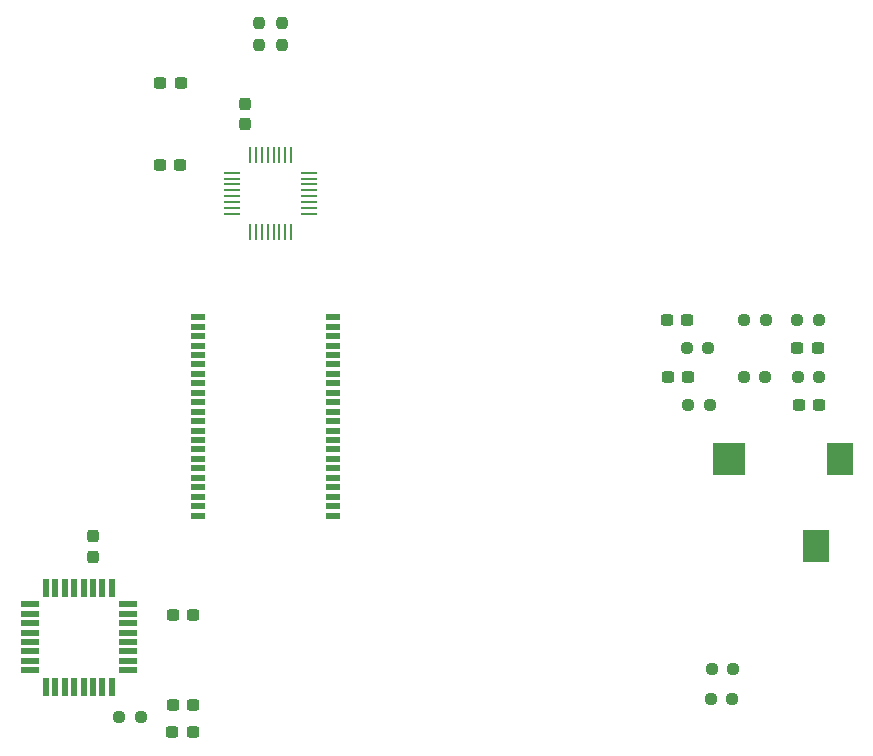
<source format=gbr>
%TF.GenerationSoftware,KiCad,Pcbnew,7.0.1*%
%TF.CreationDate,2023-09-15T22:49:06-07:00*%
%TF.ProjectId,expansionboardA,65787061-6e73-4696-9f6e-626f61726441,3*%
%TF.SameCoordinates,Original*%
%TF.FileFunction,Paste,Top*%
%TF.FilePolarity,Positive*%
%FSLAX46Y46*%
G04 Gerber Fmt 4.6, Leading zero omitted, Abs format (unit mm)*
G04 Created by KiCad (PCBNEW 7.0.1) date 2023-09-15 22:49:06*
%MOMM*%
%LPD*%
G01*
G04 APERTURE LIST*
G04 Aperture macros list*
%AMRoundRect*
0 Rectangle with rounded corners*
0 $1 Rounding radius*
0 $2 $3 $4 $5 $6 $7 $8 $9 X,Y pos of 4 corners*
0 Add a 4 corners polygon primitive as box body*
4,1,4,$2,$3,$4,$5,$6,$7,$8,$9,$2,$3,0*
0 Add four circle primitives for the rounded corners*
1,1,$1+$1,$2,$3*
1,1,$1+$1,$4,$5*
1,1,$1+$1,$6,$7*
1,1,$1+$1,$8,$9*
0 Add four rect primitives between the rounded corners*
20,1,$1+$1,$2,$3,$4,$5,0*
20,1,$1+$1,$4,$5,$6,$7,0*
20,1,$1+$1,$6,$7,$8,$9,0*
20,1,$1+$1,$8,$9,$2,$3,0*%
G04 Aperture macros list end*
%ADD10RoundRect,0.237500X-0.300000X-0.237500X0.300000X-0.237500X0.300000X0.237500X-0.300000X0.237500X0*%
%ADD11RoundRect,0.237500X0.250000X0.237500X-0.250000X0.237500X-0.250000X-0.237500X0.250000X-0.237500X0*%
%ADD12RoundRect,0.237500X-0.237500X0.300000X-0.237500X-0.300000X0.237500X-0.300000X0.237500X0.300000X0*%
%ADD13RoundRect,0.237500X0.300000X0.237500X-0.300000X0.237500X-0.300000X-0.237500X0.300000X-0.237500X0*%
%ADD14R,2.200000X2.800000*%
%ADD15R,2.800000X2.800000*%
%ADD16RoundRect,0.237500X-0.237500X0.250000X-0.237500X-0.250000X0.237500X-0.250000X0.237500X0.250000X0*%
%ADD17R,0.270000X1.355601*%
%ADD18R,1.355601X0.270000*%
%ADD19RoundRect,0.237500X-0.250000X-0.237500X0.250000X-0.237500X0.250000X0.237500X-0.250000X0.237500X0*%
%ADD20R,1.295000X0.600000*%
%ADD21RoundRect,0.038500X-0.236500X0.706500X-0.236500X-0.706500X0.236500X-0.706500X0.236500X0.706500X0*%
%ADD22RoundRect,0.038500X-0.706500X-0.236500X0.706500X-0.236500X0.706500X0.236500X-0.706500X0.236500X0*%
G04 APERTURE END LIST*
D10*
%TO.C,C14*%
X115776500Y-83439000D03*
X117501500Y-83439000D03*
%TD*%
%TO.C,C15*%
X72872600Y-63373000D03*
X74597600Y-63373000D03*
%TD*%
D11*
%TO.C,R10*%
X121359300Y-113030000D03*
X119534300Y-113030000D03*
%TD*%
D12*
%TO.C,C2*%
X67183000Y-101754600D03*
X67183000Y-103479600D03*
%TD*%
D10*
%TO.C,C13*%
X115853500Y-88265000D03*
X117578500Y-88265000D03*
%TD*%
%TO.C,C16*%
X72821800Y-70332600D03*
X74546800Y-70332600D03*
%TD*%
D13*
%TO.C,C4*%
X75666600Y-108432600D03*
X73941600Y-108432600D03*
%TD*%
D14*
%TO.C,AU1*%
X130397000Y-95216000D03*
D15*
X120997000Y-95216000D03*
D14*
X128397000Y-102616000D03*
%TD*%
D16*
%TO.C,R16*%
X81203800Y-58341900D03*
X81203800Y-60166900D03*
%TD*%
D13*
%TO.C,C9*%
X128627500Y-90678000D03*
X126902500Y-90678000D03*
%TD*%
D17*
%TO.C,U7*%
X80457802Y-75999202D03*
X80957801Y-75999202D03*
X81457800Y-75999202D03*
X81957801Y-75999202D03*
X82457801Y-75999202D03*
X82957802Y-75999202D03*
X83457801Y-75999202D03*
X83957800Y-75999202D03*
D18*
X85485602Y-74471400D03*
X85485602Y-73971401D03*
X85485602Y-73471402D03*
X85485602Y-72971401D03*
X85485602Y-72471401D03*
X85485602Y-71971400D03*
X85485602Y-71471401D03*
X85485602Y-70971402D03*
D17*
X83957800Y-69443600D03*
X83457801Y-69443600D03*
X82957802Y-69443600D03*
X82457801Y-69443600D03*
X81957801Y-69443600D03*
X81457800Y-69443600D03*
X80957801Y-69443600D03*
X80457802Y-69443600D03*
D18*
X78930000Y-70971402D03*
X78930000Y-71471401D03*
X78930000Y-71971400D03*
X78930000Y-72471401D03*
X78930000Y-72971401D03*
X78930000Y-73471402D03*
X78930000Y-73971401D03*
X78930000Y-74471400D03*
%TD*%
D19*
%TO.C,R2*%
X69396600Y-117043200D03*
X71221600Y-117043200D03*
%TD*%
D11*
%TO.C,R9*%
X121296300Y-115570000D03*
X119471300Y-115570000D03*
%TD*%
D19*
%TO.C,R13*%
X122304000Y-83439000D03*
X124129000Y-83439000D03*
%TD*%
D16*
%TO.C,R17*%
X83185000Y-58320300D03*
X83185000Y-60145300D03*
%TD*%
D19*
%TO.C,R11*%
X117581500Y-90678000D03*
X119406500Y-90678000D03*
%TD*%
D20*
%TO.C,IC1*%
X76021600Y-83210400D03*
X76021600Y-84010400D03*
X76021600Y-84810400D03*
X76021600Y-85610400D03*
X76021600Y-86410400D03*
X76021600Y-87210400D03*
X76021600Y-88010400D03*
X76021600Y-88810400D03*
X76021600Y-89610400D03*
X76021600Y-90410400D03*
X76021600Y-91210400D03*
X76021600Y-92010400D03*
X76021600Y-92810400D03*
X76021600Y-93610400D03*
X76021600Y-94410400D03*
X76021600Y-95210400D03*
X76021600Y-96010400D03*
X76021600Y-96810400D03*
X76021600Y-97610400D03*
X76021600Y-98410400D03*
X76021600Y-99210400D03*
X76021600Y-100010400D03*
X87477600Y-100010400D03*
X87477600Y-99210400D03*
X87477600Y-98410400D03*
X87477600Y-97610400D03*
X87477600Y-96810400D03*
X87477600Y-96010400D03*
X87477600Y-95210400D03*
X87477600Y-94410400D03*
X87477600Y-93610400D03*
X87477600Y-92810400D03*
X87477600Y-92010400D03*
X87477600Y-91210400D03*
X87477600Y-90410400D03*
X87477600Y-89610400D03*
X87477600Y-88810400D03*
X87477600Y-88010400D03*
X87477600Y-87210400D03*
X87477600Y-86410400D03*
X87477600Y-85610400D03*
X87477600Y-84810400D03*
X87477600Y-84010400D03*
X87477600Y-83210400D03*
%TD*%
D10*
%TO.C,C8*%
X126799000Y-85852000D03*
X128524000Y-85852000D03*
%TD*%
D13*
%TO.C,C3*%
X75641200Y-116052600D03*
X73916200Y-116052600D03*
%TD*%
D19*
%TO.C,R7*%
X126772500Y-83439000D03*
X128597500Y-83439000D03*
%TD*%
%TO.C,R12*%
X122280500Y-88265000D03*
X124105500Y-88265000D03*
%TD*%
D12*
%TO.C,C18*%
X80010000Y-65125600D03*
X80010000Y-66850600D03*
%TD*%
D13*
%TO.C,C1*%
X75614700Y-118364000D03*
X73889700Y-118364000D03*
%TD*%
D21*
%TO.C,U1*%
X68770200Y-106146600D03*
X67970200Y-106146600D03*
X67170200Y-106146600D03*
X66370200Y-106146600D03*
X65570200Y-106146600D03*
X64770200Y-106146600D03*
X63970200Y-106146600D03*
X63170200Y-106146600D03*
D22*
X61800200Y-107516600D03*
X61800200Y-108316600D03*
X61800200Y-109116600D03*
X61800200Y-109916600D03*
X61800200Y-110716600D03*
X61800200Y-111516600D03*
X61800200Y-112316600D03*
X61800200Y-113116600D03*
D21*
X63170200Y-114486600D03*
X63970200Y-114486600D03*
X64770200Y-114486600D03*
X65570200Y-114486600D03*
X66370200Y-114486600D03*
X67170200Y-114486600D03*
X67970200Y-114486600D03*
X68770200Y-114486600D03*
D22*
X70140200Y-113116600D03*
X70140200Y-112316600D03*
X70140200Y-111516600D03*
X70140200Y-110716600D03*
X70140200Y-109916600D03*
X70140200Y-109116600D03*
X70140200Y-108316600D03*
X70140200Y-107516600D03*
%TD*%
D19*
%TO.C,R14*%
X117454500Y-85852000D03*
X119279500Y-85852000D03*
%TD*%
%TO.C,R8*%
X126852500Y-88265000D03*
X128677500Y-88265000D03*
%TD*%
M02*

</source>
